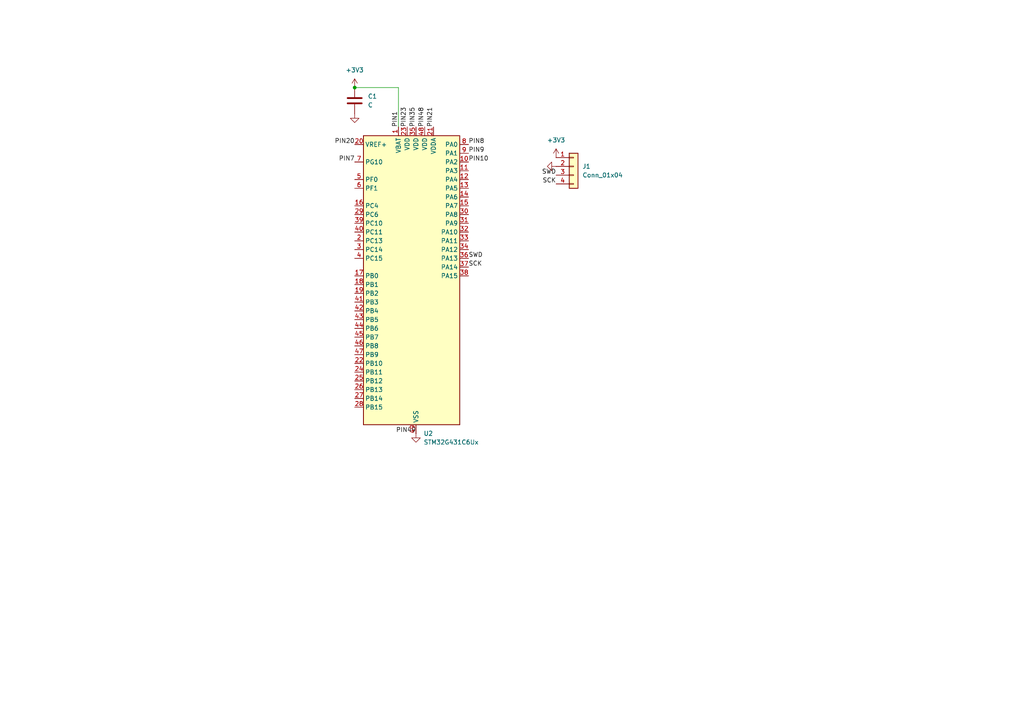
<source format=kicad_sch>
(kicad_sch (version 20231120) (generator "eeschema") (generator_version "8.0")
  (paper "A4")
  (lib_symbols
    (symbol "Connector_Generic:Conn_01x04" (pin_names (offset 1.016) hide)
      (property "Reference" "J" (at 0 5.08 0))
      (property "Value" "Conn_01x04" (at 0 -7.62 0))
      (symbol "Conn_01x04_1_1"
        (rectangle (start -1.27 -4.953) (end 0 -5.207) (stroke (width 0.1524)))
        (rectangle (start -1.27 -2.413) (end 0 -2.667) (stroke (width 0.1524)))
        (rectangle (start -1.27 0.127) (end 0 -0.127) (stroke (width 0.1524)))
        (rectangle (start -1.27 2.667) (end 0 2.413) (stroke (width 0.1524)))
        (rectangle (start -1.27 3.81) (end 1.27 -6.35) (stroke (width 0.254)) (fill (type background)))
        (pin passive line (at -5.08 2.54 0) (length 3.81) (name "Pin_1") (number "1"))
        (pin passive line (at -5.08 0 0) (length 3.81) (name "Pin_2") (number "2"))
        (pin passive line (at -5.08 -2.54 0) (length 3.81) (name "Pin_3") (number "3"))
        (pin passive line (at -5.08 -5.08 0) (length 3.81) (name "Pin_4") (number "4"))
      )
    )
    (symbol "Device:C" (pin_numbers hide) (pin_names (offset 0.254))
      (property "Reference" "C" (at 0.635 2.54 0))
      (property "Value" "C" (at 0.635 -2.54 0))
      (symbol "C_0_1"
        (polyline (pts (xy -2.032 -0.762) (xy 2.032 -0.762)) (stroke (width 0.508)))
        (polyline (pts (xy -2.032 0.762) (xy 2.032 0.762)) (stroke (width 0.508)))
      )
      (symbol "C_1_1"
        (pin passive line (at 0 3.81 270) (length 2.794) (name "~") (number "1"))
        (pin passive line (at 0 -3.81 90) (length 2.794) (name "~") (number "2"))
      )
    )
    (symbol "MCU_ST_STM32G4:STM32G431C6Ux"
      (property "Reference" "U" (at -12.7 44.45 0))
      (property "Value" "STM32G431C6Ux" (at 10.16 44.45 0))
      (symbol "STM32G431C6Ux_0_1"
        (rectangle (start -12.7 -40.64) (end 15.24 43.18) (stroke (width 0.254)) (fill (type background)))
      )
      (symbol "STM32G431C6Ux_1_1"
        (pin power_in line (at -2.54 45.72 270) (length 2.54) (name "VBAT") (number "1"))
        (pin bidirectional line (at 17.78 35.56 180) (length 2.54) (name "PA2") (number "10"))
        (pin bidirectional line (at 17.78 33.02 180) (length 2.54) (name "PA3") (number "11"))
        (pin bidirectional line (at 17.78 30.48 180) (length 2.54) (name "PA4") (number "12"))
        (pin bidirectional line (at 17.78 27.94 180) (length 2.54) (name "PA5") (number "13"))
        (pin bidirectional line (at 17.78 25.4 180) (length 2.54) (name "PA6") (number "14"))
        (pin bidirectional line (at 17.78 22.86 180) (length 2.54) (name "PA7") (number "15"))
        (pin bidirectional line (at -15.24 22.86 0) (length 2.54) (name "PC4") (number "16"))
        (pin bidirectional line (at -15.24 2.54 0) (length 2.54) (name "PB0") (number "17"))
        (pin bidirectional line (at -15.24 0 0) (length 2.54) (name "PB1") (number "18"))
        (pin bidirectional line (at -15.24 -2.54 0) (length 2.54) (name "PB2") (number "19"))
        (pin bidirectional line (at -15.24 12.7 0) (length 2.54) (name "PC13") (number "2"))
        (pin input line (at -15.24 40.64 0) (length 2.54) (name "VREF+") (number "20"))
        (pin power_in line (at 7.62 45.72 270) (length 2.54) (name "VDDA") (number "21"))
        (pin bidirectional line (at -15.24 -22.86 0) (length 2.54) (name "PB10") (number "22"))
        (pin power_in line (at 0 45.72 270) (length 2.54) (name "VDD") (number "23"))
        (pin bidirectional line (at -15.24 -25.4 0) (length 2.54) (name "PB11") (number "24"))
        (pin bidirectional line (at -15.24 -27.94 0) (length 2.54) (name "PB12") (number "25"))
        (pin bidirectional line (at -15.24 -30.48 0) (length 2.54) (name "PB13") (number "26"))
        (pin bidirectional line (at -15.24 -33.02 0) (length 2.54) (name "PB14") (number "27"))
        (pin bidirectional line (at -15.24 -35.56 0) (length 2.54) (name "PB15") (number "28"))
        (pin bidirectional line (at -15.24 20.32 0) (length 2.54) (name "PC6") (number "29"))
        (pin bidirectional line (at -15.24 10.16 0) (length 2.54) (name "PC14") (number "3"))
        (pin bidirectional line (at 17.78 20.32 180) (length 2.54) (name "PA8") (number "30"))
        (pin bidirectional line (at 17.78 17.78 180) (length 2.54) (name "PA9") (number "31"))
        (pin bidirectional line (at 17.78 15.24 180) (length 2.54) (name "PA10") (number "32"))
        (pin bidirectional line (at 17.78 12.7 180) (length 2.54) (name "PA11") (number "33"))
        (pin bidirectional line (at 17.78 10.16 180) (length 2.54) (name "PA12") (number "34"))
        (pin power_in line (at 2.54 45.72 270) (length 2.54) (name "VDD") (number "35"))
        (pin bidirectional line (at 17.78 7.62 180) (length 2.54) (name "PA13") (number "36"))
        (pin bidirectional line (at 17.78 5.08 180) (length 2.54) (name "PA14") (number "37"))
        (pin bidirectional line (at 17.78 2.54 180) (length 2.54) (name "PA15") (number "38"))
        (pin bidirectional line (at -15.24 17.78 0) (length 2.54) (name "PC10") (number "39"))
        (pin bidirectional line (at -15.24 7.62 0) (length 2.54) (name "PC15") (number "4"))
        (pin bidirectional line (at -15.24 15.24 0) (length 2.54) (name "PC11") (number "40"))
        (pin bidirectional line (at -15.24 -5.08 0) (length 2.54) (name "PB3") (number "41"))
        (pin bidirectional line (at -15.24 -7.62 0) (length 2.54) (name "PB4") (number "42"))
        (pin bidirectional line (at -15.24 -10.16 0) (length 2.54) (name "PB5") (number "43"))
        (pin bidirectional line (at -15.24 -12.7 0) (length 2.54) (name "PB6") (number "44"))
        (pin bidirectional line (at -15.24 -15.24 0) (length 2.54) (name "PB7") (number "45"))
        (pin bidirectional line (at -15.24 -17.78 0) (length 2.54) (name "PB8") (number "46"))
        (pin bidirectional line (at -15.24 -20.32 0) (length 2.54) (name "PB9") (number "47"))
        (pin power_in line (at 5.08 45.72 270) (length 2.54) (name "VDD") (number "48"))
        (pin power_in line (at 2.54 -43.18 90) (length 2.54) (name "VSS") (number "49"))
        (pin bidirectional line (at -15.24 30.48 0) (length 2.54) (name "PF0") (number "5"))
        (pin bidirectional line (at -15.24 27.94 0) (length 2.54) (name "PF1") (number "6"))
        (pin bidirectional line (at -15.24 35.56 0) (length 2.54) (name "PG10") (number "7"))
        (pin bidirectional line (at 17.78 40.64 180) (length 2.54) (name "PA0") (number "8"))
        (pin bidirectional line (at 17.78 38.1 180) (length 2.54) (name "PA1") (number "9"))
      )
    )
    (symbol "power:+3V3" (power) (pin_numbers hide) (pin_names (offset 0) hide)
      (property "Value" "+3V3" (at 0 3.556 0))
      (symbol "+3V3_0_1"
        (polyline (pts (xy -0.762 1.27) (xy 0 2.54)))
        (polyline (pts (xy 0 0) (xy 0 2.54)))
        (polyline (pts (xy 0 2.54) (xy 0.762 1.27)))
      )
      (symbol "+3V3_1_1"
        (pin power_in line (at 0 0 90) (length 0) (name "~") (number "1"))
      )
    )
    (symbol "power:GND" (power) (pin_numbers hide) (pin_names (offset 0) hide)
      (property "Value" "GND" (at 0 -3.81 0))
      (symbol "GND_0_1"
        (polyline (pts (xy 0 0) (xy 0 -1.27) (xy 1.27 -1.27) (xy 0 -2.54) (xy -1.27 -1.27) (xy 0 -1.27)))
      )
      (symbol "GND_1_1"
        (pin power_in line (at 0 0 270) (length 0) (name "~") (number "1"))
      )
    )
  )
  (junction (at 102.87 25.4))
  (wire (pts (xy 115.57 25.4) (xy 102.87 25.4)))
  (wire (pts (xy 115.57 25.4) (xy 115.57 36.83)))
  (label "PIN8" (at 135.89 41.91 0))
  (label "PIN20" (at 102.87 41.91 180))
  (label "PIN1" (at 115.57 36.83 90))
  (label "PIN49" (at 120.65 125.73 180))
  (label "SWD" (at 161.29 50.8 180))
  (label "SWD" (at 135.89 74.93 0))
  (label "PIN9" (at 135.89 44.45 0))
  (label "PIN10" (at 135.89 46.99 0))
  (label "PIN23" (at 118.11 36.83 90))
  (label "PIN48" (at 123.19 36.83 90))
  (label "SCK" (at 161.29 53.34 180))
  (label "PIN7" (at 102.87 46.99 180))
  (label "PIN35" (at 120.65 36.83 90))
  (label "PIN21" (at 125.73 36.83 90))
  (label "SCK" (at 135.89 77.47 0))
  (symbol (lib_id "power:GND") (at 102.87 33.02 0) (unit 1)
    (property "Reference" "#PWR02" (effects (hide yes)))
    (property "Value" "GND" (effects (hide yes)))
    (property "Description" "Power symbol creates a global label with name \"GND\" , ground" (effects (hide yes)))
  )
  (symbol (lib_id "Connector_Generic:Conn_01x04") (at 166.37 48.26 0) (unit 1)
    (property "Reference" "J1" (at 168.91 48.2599 0) (effects (justify left)))
    (property "Value" "Conn_01x04" (at 168.91 50.7999 0) (effects (justify left)))
    (property "Description" "Generic connector, single row, 01x04, script generated (kicad-library-utils/schlib/autogen/connector/)" (effects (hide yes)))
  )
  (symbol (lib_id "Device:C") (at 102.87 29.21 0) (unit 1)
    (property "Reference" "C1" (at 106.68 27.9399 0) (effects (justify left)))
    (property "Value" "C" (at 106.68 30.4799 0) (effects (justify left)))
    (property "Footprint" "Capacitor_SMD:C_0603_1608Metric" (effects (hide yes)))
    (property "Description" "Unpolarized capacitor" (effects (hide yes)))
  )
  (symbol (lib_id "MCU_ST_STM32G4:STM32G431C6Ux") (at 118.11 82.55 0) (unit 1)
    (property "Reference" "U2" (at 122.8441 125.73 0) (effects (justify left)))
    (property "Value" "STM32G431C6Ux" (at 122.8441 128.27 0) (effects (justify left)))
    (property "Footprint" "Package_DFN_QFN:QFN-48-1EP_7x7mm_P0.5mm_EP5.6x5.6mm" (effects (hide yes)))
    (property "Datasheet" "https://www.st.com/resource/en/datasheet/stm32g431c6.pdf" (effects (hide yes)))
    (property "Description" "STMicroelectronics Arm Cortex-M4 MCU, 32KB flash, 32KB RAM, 170 MHz, 1.71-3.6V, 42 GPIO, UFQFPN48" (effects (hide yes)))
  )
  (symbol (lib_id "power:GND") (at 161.29 48.26 270) (unit 1)
    (property "Reference" "#PWR014" (effects (hide yes)))
    (property "Value" "GND" (effects (hide yes)))
    (property "Description" "Power symbol creates a global label with name \"GND\" , ground" (effects (hide yes)))
  )
  (symbol (lib_id "power:+3V3") (at 161.29 45.72 0) (unit 1)
    (property "Reference" "#PWR013" (effects (hide yes)))
    (property "Value" "+3V3" (at 161.29 40.64 0))
    (property "Description" "Power symbol creates a global label with name \"+3V3\"" (effects (hide yes)))
  )
  (symbol (lib_id "power:+3V3") (at 102.87 25.4 0) (unit 1)
    (property "Reference" "#PWR01" (effects (hide yes)))
    (property "Value" "+3V3" (at 102.87 20.32 0))
    (property "Description" "Power symbol creates a global label with name \"+3V3\"" (effects (hide yes)))
  )
  (symbol (lib_id "power:GND") (at 120.65 125.73 0) (unit 1)
    (property "Reference" "#PWR05" (effects (hide yes)))
    (property "Value" "GND" (effects (hide yes)))
    (property "Description" "Power symbol creates a global label with name \"GND\" , ground" (effects (hide yes)))
  )
)
</source>
